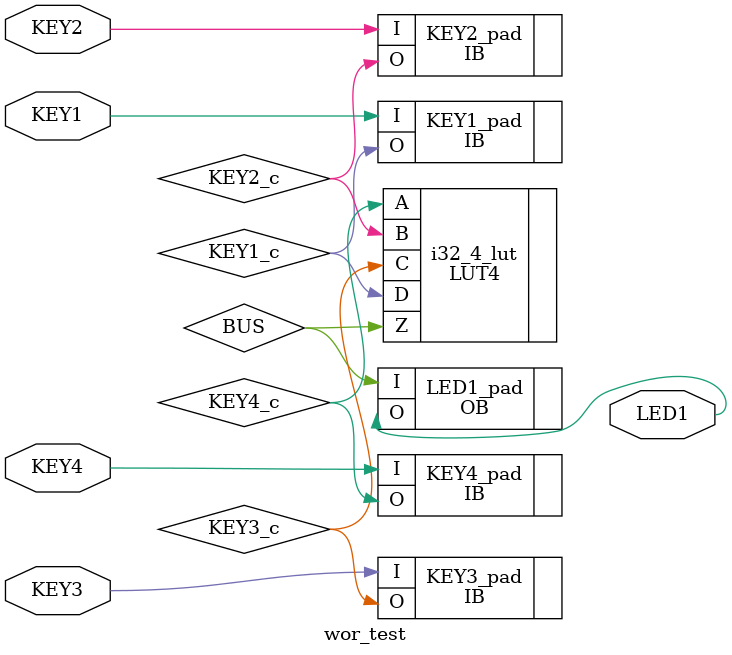
<source format=v>

module wor_test (KEY1, KEY2, KEY3, KEY4, LED1) /* synthesis syn_module_defined=1 */ ;   // /disk1/projects/FPGA/Lattice-MXO2-4000HC/Pin/wor_test.v(1[8:16])
    input KEY1;   // /disk1/projects/FPGA/Lattice-MXO2-4000HC/Pin/wor_test.v(2[13:17])
    input KEY2;   // /disk1/projects/FPGA/Lattice-MXO2-4000HC/Pin/wor_test.v(2[19:23])
    input KEY3;   // /disk1/projects/FPGA/Lattice-MXO2-4000HC/Pin/wor_test.v(2[25:29])
    input KEY4;   // /disk1/projects/FPGA/Lattice-MXO2-4000HC/Pin/wor_test.v(2[31:35])
    output LED1;   // /disk1/projects/FPGA/Lattice-MXO2-4000HC/Pin/wor_test.v(3[14:18])
    
    
    wire KEY1_c, KEY2_c, KEY3_c, KEY4_c, BUS, GND_net, VCC_net;
    
    OB LED1_pad (.I(BUS), .O(LED1));   // /disk1/projects/FPGA/Lattice-MXO2-4000HC/Pin/wor_test.v(3[14:18])
    VLO i33 (.Z(GND_net));
    PUR PUR_INST (.PUR(VCC_net));
    defparam PUR_INST.RST_PULSE = 1;
    TSALL TSALL_INST (.TSALL(GND_net));
    IB KEY1_pad (.I(KEY1), .O(KEY1_c));   // /disk1/projects/FPGA/Lattice-MXO2-4000HC/Pin/wor_test.v(2[13:17])
    IB KEY2_pad (.I(KEY2), .O(KEY2_c));   // /disk1/projects/FPGA/Lattice-MXO2-4000HC/Pin/wor_test.v(2[19:23])
    IB KEY3_pad (.I(KEY3), .O(KEY3_c));   // /disk1/projects/FPGA/Lattice-MXO2-4000HC/Pin/wor_test.v(2[25:29])
    IB KEY4_pad (.I(KEY4), .O(KEY4_c));   // /disk1/projects/FPGA/Lattice-MXO2-4000HC/Pin/wor_test.v(2[31:35])
    GSR GSR_INST (.GSR(VCC_net));
    LUT4 i32_4_lut (.A(KEY4_c), .B(KEY2_c), .C(KEY3_c), .D(KEY1_c), 
         .Z(BUS)) /* synthesis lut_function=(!(A+(B+(C+(D))))) */ ;   // /disk1/projects/FPGA/Lattice-MXO2-4000HC/Pin/wor_test.v(11[14:18])
    defparam i32_4_lut.init = 16'h0001;
    VHI i34 (.Z(VCC_net));
    
endmodule
//
// Verilog Description of module PUR
// module not written out since it is a black-box. 
//

//
// Verilog Description of module TSALL
// module not written out since it is a black-box. 
//


</source>
